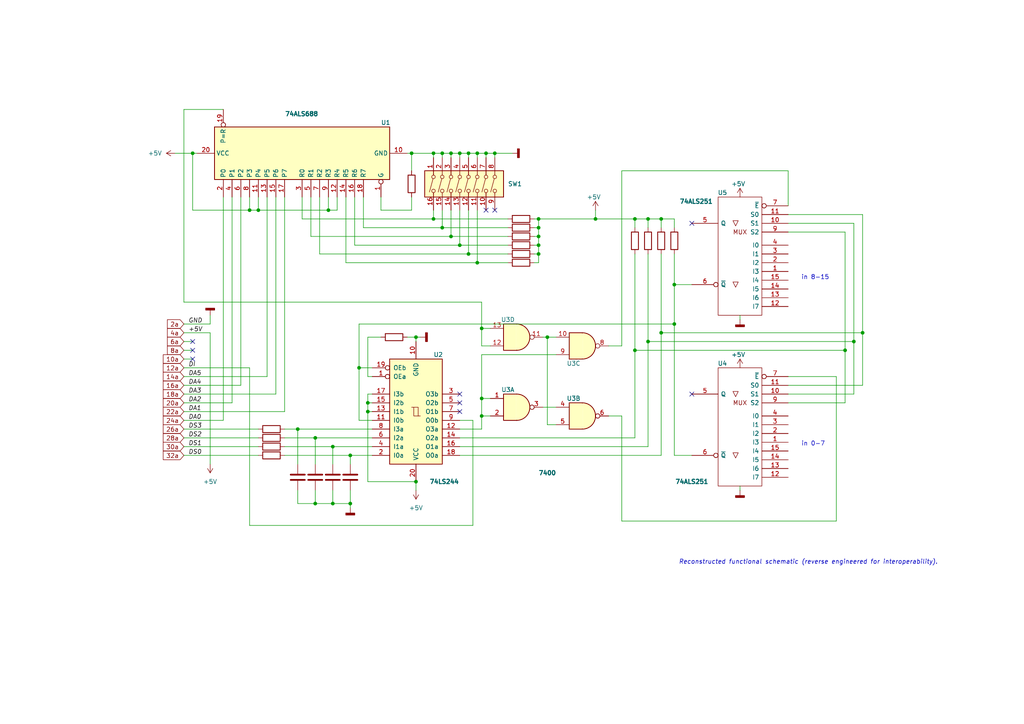
<source format=kicad_sch>
(kicad_sch (version 20211123) (generator eeschema)
  (paper "A4")
  (title_block (title "Control-related circuits") (date "2026-01-19") (rev "1.0") (company "Pozsar Zsolt") (comment 1 "EBE 206.1 digital input module"))
  (lib_symbols
    (symbol "74xx:7400" (pin_names (offset 1.016))
      (property "Reference" "U" (at 0 1.27 0))
      (property "Value" "7400" (at 0 -1.27 0))
      (symbol "7400_1_1"
        (arc (start 0 -3.81) (mid 3.81 0) (end 0 3.81) (stroke (width 0.254)) (fill (type background)))
        (polyline (pts (xy 0 3.81) (xy -3.81 3.81) (xy -3.81 -3.81) (xy 0 -3.81)) (stroke (width 0.254)) (fill (type background)))
        (pin input line (at -7.62 2.54 0) (length 3.81) (name "~") (number "1"))
        (pin input line (at -7.62 -2.54 0) (length 3.81) (name "~") (number "2"))
        (pin output inverted (at 7.62 0 180) (length 3.81) (name "~") (number "3"))
      )
      (symbol "7400_1_2"
        (arc (start -3.81 -3.81) (mid -2.589 0) (end -3.81 3.81) (stroke (width 0.254)))
        (arc (start -0.6096 -3.81) (mid 2.1842 -2.5851) (end 3.81 0) (stroke (width 0.254)) (fill (type background)))
        (polyline (pts (xy -3.81 -3.81) (xy -0.635 -3.81)) (stroke (width 0.254)) (fill (type background)))
        (polyline (pts (xy -3.81 3.81) (xy -0.635 3.81)) (stroke (width 0.254)) (fill (type background)))
        (polyline (pts (xy -0.635 3.81) (xy -3.81 3.81) (xy -3.81 3.81) (xy -3.556 3.4036) (xy -3.0226 2.2606) (xy -2.6924 1.0414) (xy -2.6162 -0.254) (xy -2.7686 -1.4986) (xy -3.175 -2.7178) (xy -3.81 -3.81) (xy -3.81 -3.81) (xy -0.635 -3.81)) (stroke (width -25.4)) (fill (type background)))
        (arc (start 3.81 0) (mid 2.1915 2.5936) (end -0.6096 3.81) (stroke (width 0.254)) (fill (type background)))
        (pin input inverted (at -7.62 2.54 0) (length 4.318) (name "~") (number "1"))
        (pin input inverted (at -7.62 -2.54 0) (length 4.318) (name "~") (number "2"))
        (pin output line (at 7.62 0 180) (length 3.81) (name "~") (number "3"))
      )
      (symbol "7400_2_1"
        (arc (start 0 -3.81) (mid 3.81 0) (end 0 3.81) (stroke (width 0.254)) (fill (type background)))
        (polyline (pts (xy 0 3.81) (xy -3.81 3.81) (xy -3.81 -3.81) (xy 0 -3.81)) (stroke (width 0.254)) (fill (type background)))
        (pin input line (at -7.62 2.54 0) (length 3.81) (name "~") (number "4"))
        (pin input line (at -7.62 -2.54 0) (length 3.81) (name "~") (number "5"))
        (pin output inverted (at 7.62 0 180) (length 3.81) (name "~") (number "6"))
      )
      (symbol "7400_2_2"
        (arc (start -3.81 -3.81) (mid -2.589 0) (end -3.81 3.81) (stroke (width 0.254)))
        (arc (start -0.6096 -3.81) (mid 2.1842 -2.5851) (end 3.81 0) (stroke (width 0.254)) (fill (type background)))
        (polyline (pts (xy -3.81 -3.81) (xy -0.635 -3.81)) (stroke (width 0.254)) (fill (type background)))
        (polyline (pts (xy -3.81 3.81) (xy -0.635 3.81)) (stroke (width 0.254)) (fill (type background)))
        (polyline (pts (xy -0.635 3.81) (xy -3.81 3.81) (xy -3.81 3.81) (xy -3.556 3.4036) (xy -3.0226 2.2606) (xy -2.6924 1.0414) (xy -2.6162 -0.254) (xy -2.7686 -1.4986) (xy -3.175 -2.7178) (xy -3.81 -3.81) (xy -3.81 -3.81) (xy -0.635 -3.81)) (stroke (width -25.4)) (fill (type background)))
        (arc (start 3.81 0) (mid 2.1915 2.5936) (end -0.6096 3.81) (stroke (width 0.254)) (fill (type background)))
        (pin input inverted (at -7.62 2.54 0) (length 4.318) (name "~") (number "4"))
        (pin input inverted (at -7.62 -2.54 0) (length 4.318) (name "~") (number "5"))
        (pin output line (at 7.62 0 180) (length 3.81) (name "~") (number "6"))
      )
      (symbol "7400_3_1"
        (arc (start 0 -3.81) (mid 3.81 0) (end 0 3.81) (stroke (width 0.254)) (fill (type background)))
        (polyline (pts (xy 0 3.81) (xy -3.81 3.81) (xy -3.81 -3.81) (xy 0 -3.81)) (stroke (width 0.254)) (fill (type background)))
        (pin input line (at -7.62 -2.54 0) (length 3.81) (name "~") (number "10"))
        (pin output inverted (at 7.62 0 180) (length 3.81) (name "~") (number "8"))
        (pin input line (at -7.62 2.54 0) (length 3.81) (name "~") (number "9"))
      )
      (symbol "7400_3_2"
        (arc (start -3.81 -3.81) (mid -2.589 0) (end -3.81 3.81) (stroke (width 0.254)))
        (arc (start -0.6096 -3.81) (mid 2.1842 -2.5851) (end 3.81 0) (stroke (width 0.254)) (fill (type background)))
        (polyline (pts (xy -3.81 -3.81) (xy -0.635 -3.81)) (stroke (width 0.254)) (fill (type background)))
        (polyline (pts (xy -3.81 3.81) (xy -0.635 3.81)) (stroke (width 0.254)) (fill (type background)))
        (polyline (pts (xy -0.635 3.81) (xy -3.81 3.81) (xy -3.81 3.81) (xy -3.556 3.4036) (xy -3.0226 2.2606) (xy -2.6924 1.0414) (xy -2.6162 -0.254) (xy -2.7686 -1.4986) (xy -3.175 -2.7178) (xy -3.81 -3.81) (xy -3.81 -3.81) (xy -0.635 -3.81)) (stroke (width -25.4)) (fill (type background)))
        (arc (start 3.81 0) (mid 2.1915 2.5936) (end -0.6096 3.81) (stroke (width 0.254)) (fill (type background)))
        (pin input inverted (at -7.62 -2.54 0) (length 4.318) (name "~") (number "10"))
        (pin output line (at 7.62 0 180) (length 3.81) (name "~") (number "8"))
        (pin input inverted (at -7.62 2.54 0) (length 4.318) (name "~") (number "9"))
      )
      (symbol "7400_4_1"
        (arc (start 0 -3.81) (mid 3.81 0) (end 0 3.81) (stroke (width 0.254)) (fill (type background)))
        (polyline (pts (xy 0 3.81) (xy -3.81 3.81) (xy -3.81 -3.81) (xy 0 -3.81)) (stroke (width 0.254)) (fill (type background)))
        (pin output inverted (at 7.62 0 180) (length 3.81) (name "~") (number "11"))
        (pin input line (at -7.62 2.54 0) (length 3.81) (name "~") (number "12"))
        (pin input line (at -7.62 -2.54 0) (length 3.81) (name "~") (number "13"))
      )
      (symbol "7400_4_2"
        (arc (start -3.81 -3.81) (mid -2.589 0) (end -3.81 3.81) (stroke (width 0.254)))
        (arc (start -0.6096 -3.81) (mid 2.1842 -2.5851) (end 3.81 0) (stroke (width 0.254)) (fill (type background)))
        (polyline (pts (xy -3.81 -3.81) (xy -0.635 -3.81)) (stroke (width 0.254)) (fill (type background)))
        (polyline (pts (xy -3.81 3.81) (xy -0.635 3.81)) (stroke (width 0.254)) (fill (type background)))
        (polyline (pts (xy -0.635 3.81) (xy -3.81 3.81) (xy -3.81 3.81) (xy -3.556 3.4036) (xy -3.0226 2.2606) (xy -2.6924 1.0414) (xy -2.6162 -0.254) (xy -2.7686 -1.4986) (xy -3.175 -2.7178) (xy -3.81 -3.81) (xy -3.81 -3.81) (xy -0.635 -3.81)) (stroke (width -25.4)) (fill (type background)))
        (arc (start 3.81 0) (mid 2.1915 2.5936) (end -0.6096 3.81) (stroke (width 0.254)) (fill (type background)))
        (pin output line (at 7.62 0 180) (length 3.81) (name "~") (number "11"))
        (pin input inverted (at -7.62 2.54 0) (length 4.318) (name "~") (number "12"))
        (pin input inverted (at -7.62 -2.54 0) (length 4.318) (name "~") (number "13"))
      )
      (symbol "7400_5_0"
        (pin power_in line (at 0 12.7 270) (length 5.08) (name "VCC") (number "14"))
        (pin power_in line (at 0 -12.7 90) (length 5.08) (name "GND") (number "7"))
      )
      (symbol "7400_5_1"
        (rectangle (start -5.08 7.62) (end 5.08 -7.62) (stroke (width 0.254)) (fill (type background)))
      )
    )
    (symbol "74xx:74LS244" (pin_names (offset 1.016))
      (property "Reference" "U" (at -7.62 16.51 0))
      (property "Value" "74LS244" (at -7.62 -16.51 0))
      (symbol "74LS244_1_0"
        (polyline (pts (xy -0.635 -1.27) (xy -0.635 1.27) (xy 0.635 1.27)))
        (polyline (pts (xy -1.27 -1.27) (xy 0.635 -1.27) (xy 0.635 1.27) (xy 1.27 1.27)))
        (pin input inverted (at -12.7 -10.16 0) (length 5.08) (name "OEa") (number "1"))
        (pin power_in line (at 0 -20.32 90) (length 5.08) (name "GND") (number "10"))
        (pin input line (at -12.7 2.54 0) (length 5.08) (name "I0b") (number "11"))
        (pin tri_state line (at 12.7 5.08 180) (length 5.08) (name "O3a") (number "12"))
        (pin input line (at -12.7 0 0) (length 5.08) (name "I1b") (number "13"))
        (pin tri_state line (at 12.7 7.62 180) (length 5.08) (name "O2a") (number "14"))
        (pin input line (at -12.7 -2.54 0) (length 5.08) (name "I2b") (number "15"))
        (pin tri_state line (at 12.7 10.16 180) (length 5.08) (name "O1a") (number "16"))
        (pin input line (at -12.7 -5.08 0) (length 5.08) (name "I3b") (number "17"))
        (pin tri_state line (at 12.7 12.7 180) (length 5.08) (name "O0a") (number "18"))
        (pin input inverted (at -12.7 -12.7 0) (length 5.08) (name "OEb") (number "19"))
        (pin input line (at -12.7 12.7 0) (length 5.08) (name "I0a") (number "2"))
        (pin power_in line (at 0 20.32 270) (length 5.08) (name "VCC") (number "20"))
        (pin tri_state line (at 12.7 -5.08 180) (length 5.08) (name "O3b") (number "3"))
        (pin input line (at -12.7 10.16 0) (length 5.08) (name "I1a") (number "4"))
        (pin tri_state line (at 12.7 -2.54 180) (length 5.08) (name "O2b") (number "5"))
        (pin input line (at -12.7 7.62 0) (length 5.08) (name "I2a") (number "6"))
        (pin tri_state line (at 12.7 0 180) (length 5.08) (name "O1b") (number "7"))
        (pin input line (at -12.7 5.08 0) (length 5.08) (name "I3a") (number "8"))
        (pin tri_state line (at 12.7 2.54 180) (length 5.08) (name "O0b") (number "9"))
      )
      (symbol "74LS244_1_1"
        (rectangle (start -7.62 15.24) (end 7.62 -15.24) (stroke (width 0.254)) (fill (type background)))
      )
    )
    (symbol "74xx:74LS688"
      (property "Reference" "U" (at -7.62 26.67 0))
      (property "Value" "74LS688" (at -7.62 -26.67 0))
      (symbol "74LS688_1_0"
        (pin input inverted (at -12.7 -22.86 0) (length 5.08) (name "G") (number "1"))
        (pin power_in line (at 0 -30.48 90) (length 5.08) (name "GND") (number "10"))
        (pin input line (at -12.7 12.7 0) (length 5.08) (name "P4") (number "11"))
        (pin input line (at -12.7 -10.16 0) (length 5.08) (name "R4") (number "12"))
        (pin input line (at -12.7 10.16 0) (length 5.08) (name "P5") (number "13"))
        (pin input line (at -12.7 -12.7 0) (length 5.08) (name "R5") (number "14"))
        (pin input line (at -12.7 7.62 0) (length 5.08) (name "P6") (number "15"))
        (pin input line (at -12.7 -15.24 0) (length 5.08) (name "R6") (number "16"))
        (pin input line (at -12.7 5.08 0) (length 5.08) (name "P7") (number "17"))
        (pin input line (at -12.7 -17.78 0) (length 5.08) (name "R7") (number "18"))
        (pin output inverted (at 12.7 22.86 180) (length 5.08) (name "P=R") (number "19"))
        (pin input line (at -12.7 22.86 0) (length 5.08) (name "P0") (number "2"))
        (pin power_in line (at 0 30.48 270) (length 5.08) (name "VCC") (number "20"))
        (pin input line (at -12.7 0 0) (length 5.08) (name "R0") (number "3"))
        (pin input line (at -12.7 20.32 0) (length 5.08) (name "P1") (number "4"))
        (pin input line (at -12.7 -2.54 0) (length 5.08) (name "R1") (number "5"))
        (pin input line (at -12.7 17.78 0) (length 5.08) (name "P2") (number "6"))
        (pin input line (at -12.7 -5.08 0) (length 5.08) (name "R2") (number "7"))
        (pin input line (at -12.7 15.24 0) (length 5.08) (name "P3") (number "8"))
        (pin input line (at -12.7 -7.62 0) (length 5.08) (name "R3") (number "9"))
      )
      (symbol "74LS688_1_1"
        (rectangle (start -7.62 25.4) (end 7.62 -25.4) (stroke (width 0.254)) (fill (type background)))
      )
    )
    (symbol "74xx_IEEE:74251" (pin_names (offset 0.762))
      (property "Reference" "U" (at 7.62 15.24 0))
      (property "Value" "74251" (at 8.89 -20.32 0))
      (symbol "74251_0_0"
        (rectangle (start -6.35 16.51) (end 6.35 -17.78))
        (polyline (pts (xy 2.032 -8.128) (xy 0.508 -8.128) (xy 1.27 -9.652) (xy 2.032 -8.128) (xy 2.032 -8.128)))
        (polyline (pts (xy 2.032 9.652) (xy 0.508 9.652) (xy 1.27 8.128) (xy 2.032 9.652) (xy 2.032 9.652)))
        (text "MUX" (at 0 6.35 0) (effects (font (size 1.27 1.27))))
        (pin power_in line (at 0 16.51 270) (length 0) hide (name "VCC") (number "16"))
        (pin power_in line (at 0 -17.78 90) (length 0) hide (name "GND") (number "8"))
      )
      (symbol "74251_1_1"
        (pin input line (at -13.97 -5.08 0) (length 7.62) (name "I3") (number "1"))
        (pin input line (at -13.97 8.89 0) (length 7.62) (name "S1") (number "10"))
        (pin input line (at -13.97 11.43 0) (length 7.62) (name "S0") (number "11"))
        (pin input line (at -13.97 -15.24 0) (length 7.62) (name "I7") (number "12"))
        (pin input line (at -13.97 -12.7 0) (length 7.62) (name "I6") (number "13"))
        (pin input line (at -13.97 -10.16 0) (length 7.62) (name "I5") (number "14"))
        (pin input line (at -13.97 -7.62 0) (length 7.62) (name "I4") (number "15"))
        (pin input line (at -13.97 -2.54 0) (length 7.62) (name "I2") (number "2"))
        (pin input line (at -13.97 0 0) (length 7.62) (name "I1") (number "3"))
        (pin input line (at -13.97 2.54 0) (length 7.62) (name "I0") (number "4"))
        (pin tri_state line (at 13.97 8.89 180) (length 7.62) (name "Q") (number "5"))
        (pin tri_state inverted (at 13.97 -8.89 180) (length 7.62) (name "~{Q}") (number "6"))
        (pin input inverted (at -13.97 13.97 0) (length 7.62) (name "~{E}") (number "7"))
        (pin input line (at -13.97 6.35 0) (length 7.62) (name "S2") (number "9"))
      )
    )
    (symbol "Device:C" (pin_numbers hide) (pin_names (offset 0.254))
      (property "Reference" "C" (at 0.635 2.54 0))
      (property "Value" "C" (at 0.635 -2.54 0))
      (symbol "C_0_1"
        (polyline (pts (xy -2.032 -0.762) (xy 2.032 -0.762)) (stroke (width 0.508)))
        (polyline (pts (xy -2.032 0.762) (xy 2.032 0.762)) (stroke (width 0.508)))
      )
      (symbol "C_1_1"
        (pin passive line (at 0 3.81 270) (length 2.794) (name "~") (number "1"))
        (pin passive line (at 0 -3.81 90) (length 2.794) (name "~") (number "2"))
      )
    )
    (symbol "Device:R" (pin_numbers hide) (pin_names (offset 0))
      (property "Reference" "R" (at 2.032 0 90))
      (property "Value" "R" (at 0 0 90))
      (symbol "R_0_1"
        (rectangle (start -1.016 -2.54) (end 1.016 2.54) (stroke (width 0.254)))
      )
      (symbol "R_1_1"
        (pin passive line (at 0 3.81 270) (length 1.27) (name "~") (number "1"))
        (pin passive line (at 0 -3.81 90) (length 1.27) (name "~") (number "2"))
      )
    )
    (symbol "Switch:SW_DIP_x08" (pin_names (offset 0) hide)
      (property "Reference" "SW" (at 0 13.97 0))
      (property "Value" "SW_DIP_x08" (at 0 -11.43 0))
      (symbol "SW_DIP_x08_0_0"
        (circle (center -2.032 -7.62) (radius 0.508))
        (circle (center -2.032 -5.08) (radius 0.508))
        (circle (center -2.032 -2.54) (radius 0.508))
        (circle (center -2.032 0) (radius 0.508))
        (circle (center -2.032 2.54) (radius 0.508))
        (circle (center -2.032 5.08) (radius 0.508))
        (circle (center -2.032 7.62) (radius 0.508))
        (circle (center -2.032 10.16) (radius 0.508))
        (polyline (pts (xy -1.524 -7.4676) (xy 2.3622 -6.4262)))
        (polyline (pts (xy -1.524 -4.9276) (xy 2.3622 -3.8862)))
        (polyline (pts (xy -1.524 -2.3876) (xy 2.3622 -1.3462)))
        (polyline (pts (xy -1.524 0.127) (xy 2.3622 1.1684)))
        (polyline (pts (xy -1.524 2.667) (xy 2.3622 3.7084)))
        (polyline (pts (xy -1.524 5.207) (xy 2.3622 6.2484)))
        (polyline (pts (xy -1.524 7.747) (xy 2.3622 8.7884)))
        (polyline (pts (xy -1.524 10.287) (xy 2.3622 11.3284)))
        (circle (center 2.032 -7.62) (radius 0.508))
        (circle (center 2.032 -5.08) (radius 0.508))
        (circle (center 2.032 -2.54) (radius 0.508))
        (circle (center 2.032 0) (radius 0.508))
        (circle (center 2.032 2.54) (radius 0.508))
        (circle (center 2.032 5.08) (radius 0.508))
        (circle (center 2.032 7.62) (radius 0.508))
        (circle (center 2.032 10.16) (radius 0.508))
      )
      (symbol "SW_DIP_x08_0_1"
        (rectangle (start -3.81 12.7) (end 3.81 -10.16) (stroke (width 0.254)) (fill (type background)))
      )
      (symbol "SW_DIP_x08_1_1"
        (pin passive line (at -7.62 10.16 0) (length 5.08) (name "~") (number "1"))
        (pin passive line (at 7.62 -5.08 180) (length 5.08) (name "~") (number "10"))
        (pin passive line (at 7.62 -2.54 180) (length 5.08) (name "~") (number "11"))
        (pin passive line (at 7.62 0 180) (length 5.08) (name "~") (number "12"))
        (pin passive line (at 7.62 2.54 180) (length 5.08) (name "~") (number "13"))
        (pin passive line (at 7.62 5.08 180) (length 5.08) (name "~") (number "14"))
        (pin passive line (at 7.62 7.62 180) (length 5.08) (name "~") (number "15"))
        (pin passive line (at 7.62 10.16 180) (length 5.08) (name "~") (number "16"))
        (pin passive line (at -7.62 7.62 0) (length 5.08) (name "~") (number "2"))
        (pin passive line (at -7.62 5.08 0) (length 5.08) (name "~") (number "3"))
        (pin passive line (at -7.62 2.54 0) (length 5.08) (name "~") (number "4"))
        (pin passive line (at -7.62 0 0) (length 5.08) (name "~") (number "5"))
        (pin passive line (at -7.62 -2.54 0) (length 5.08) (name "~") (number "6"))
        (pin passive line (at -7.62 -5.08 0) (length 5.08) (name "~") (number "7"))
        (pin passive line (at -7.62 -7.62 0) (length 5.08) (name "~") (number "8"))
        (pin passive line (at 7.62 -7.62 180) (length 5.08) (name "~") (number "9"))
      )
    )
    (symbol "power:+5V" (power) (pin_names (offset 0))
      (property "Value" "+5V" (at 0 3.556 0))
      (symbol "+5V_0_1"
        (polyline (pts (xy -0.762 1.27) (xy 0 2.54)))
        (polyline (pts (xy 0 0) (xy 0 2.54)))
        (polyline (pts (xy 0 2.54) (xy 0.762 1.27)))
      )
      (symbol "+5V_1_1"
        (pin power_in line (at 0 0 90) (length 0) hide (name "+5V") (number "1"))
      )
    )
    (symbol "power:GNDD" (power) (pin_names (offset 0))
      (property "Value" "GNDD" (at 0 -3.175 0))
      (symbol "GNDD_0_1"
        (rectangle (start -1.27 -1.524) (end 1.27 -2.032) (stroke (width 0.254)) (fill (type outline)))
        (polyline (pts (xy 0 0) (xy 0 -1.524)))
      )
      (symbol "GNDD_1_1"
        (pin power_in line (at 0 0 270) (length 0) hide (name "GNDD") (number "1"))
      )
    )
  )
  (junction (at 245.11 101.6))
  (junction (at 119.38 44.45))
  (junction (at 184.15 101.6))
  (junction (at 96.52 129.54))
  (junction (at 191.77 63.5))
  (junction (at 125.73 63.5))
  (junction (at 138.43 76.2))
  (junction (at 133.35 44.45))
  (junction (at 156.21 68.58))
  (junction (at 95.25 60.96))
  (junction (at 158.75 97.79))
  (junction (at 187.96 99.06))
  (junction (at 140.97 44.45))
  (junction (at 143.51 44.45))
  (junction (at 106.68 116.84))
  (junction (at 191.77 96.52))
  (junction (at 139.7 95.25))
  (junction (at 101.6 132.08))
  (junction (at 156.21 66.04))
  (junction (at 130.81 68.58))
  (junction (at 138.43 44.45))
  (junction (at 91.44 146.05))
  (junction (at 74.93 60.96))
  (junction (at 101.6 146.05))
  (junction (at 72.39 60.96))
  (junction (at 135.89 44.45))
  (junction (at 184.15 63.5))
  (junction (at 55.88 44.45))
  (junction (at 128.27 44.45))
  (junction (at 156.21 73.66))
  (junction (at 120.65 97.79))
  (junction (at 156.21 63.5))
  (junction (at 133.35 71.12))
  (junction (at 195.58 82.55))
  (junction (at 125.73 44.45))
  (junction (at 139.7 115.57))
  (junction (at 91.44 127))
  (junction (at 130.81 44.45))
  (junction (at 104.14 106.68))
  (junction (at 172.72 63.5))
  (junction (at 135.89 73.66))
  (junction (at 106.68 119.38))
  (junction (at 247.65 99.06))
  (junction (at 187.96 63.5))
  (junction (at 128.27 66.04))
  (junction (at 86.36 124.46))
  (junction (at 139.7 120.65))
  (junction (at 96.52 146.05))
  (junction (at 250.19 96.52))
  (junction (at 120.65 139.7))
  (junction (at 156.21 71.12))
  (junction (at 195.58 93.98))
  (no_connect (at 55.88 101.6))
  (no_connect (at 140.97 60.96))
  (no_connect (at 133.35 116.84))
  (no_connect (at 200.66 114.3))
  (no_connect (at 143.51 60.96))
  (no_connect (at 133.35 114.3))
  (no_connect (at 55.88 99.06))
  (no_connect (at 200.66 64.77))
  (no_connect (at 133.35 119.38))
  (no_connect (at 55.88 104.14))
  (wire (pts (xy 191.77 63.5) (xy 191.77 66.04)))
  (wire (pts (xy 139.7 120.65) (xy 139.7 124.46)))
  (wire (pts (xy 228.6 49.53) (xy 228.6 59.69)))
  (wire (pts (xy 91.44 127) (xy 107.95 127)))
  (wire (pts (xy 228.6 62.23) (xy 250.19 62.23)))
  (wire (pts (xy 250.19 62.23) (xy 250.19 96.52)))
  (wire (pts (xy 53.34 87.63) (xy 139.7 87.63)))
  (wire (pts (xy 228.6 67.31) (xy 245.11 67.31)))
  (wire (pts (xy 158.75 123.19) (xy 161.29 123.19)))
  (wire (pts (xy 247.65 99.06) (xy 247.65 64.77)))
  (wire (pts (xy 106.68 116.84) (xy 106.68 114.3)))
  (wire (pts (xy 139.7 115.57) (xy 139.7 120.65)))
  (wire (pts (xy 53.34 132.08) (xy 74.93 132.08)))
  (wire (pts (xy 110.49 57.15) (xy 110.49 60.96)))
  (wire (pts (xy 119.38 44.45) (xy 119.38 49.53)))
  (wire (pts (xy 96.52 129.54) (xy 107.95 129.54)))
  (wire (pts (xy 97.79 60.96) (xy 95.25 60.96)))
  (wire (pts (xy 64.77 121.92) (xy 64.77 57.15)))
  (wire (pts (xy 242.57 151.13) (xy 242.57 109.22)))
  (wire (pts (xy 176.53 100.33) (xy 180.34 100.33)))
  (wire (pts (xy 139.7 124.46) (xy 133.35 124.46)))
  (wire (pts (xy 53.34 127) (xy 74.93 127)))
  (wire (pts (xy 156.21 68.58) (xy 156.21 66.04)))
  (wire (pts (xy 106.68 114.3) (xy 107.95 114.3)))
  (wire (pts (xy 245.11 67.31) (xy 245.11 101.6)))
  (wire (pts (xy 53.34 104.14) (xy 55.88 104.14)))
  (wire (pts (xy 247.65 114.3) (xy 247.65 99.06)))
  (wire (pts (xy 228.6 114.3) (xy 247.65 114.3)))
  (wire (pts (xy 105.41 57.15) (xy 105.41 66.04)))
  (wire (pts (xy 195.58 132.08) (xy 200.66 132.08)))
  (wire (pts (xy 130.81 44.45) (xy 130.81 45.72)))
  (wire (pts (xy 137.16 152.4) (xy 137.16 121.92)))
  (wire (pts (xy 133.35 132.08) (xy 191.77 132.08)))
  (wire (pts (xy 97.79 57.15) (xy 97.79 60.96)))
  (wire (pts (xy 80.01 114.3) (xy 80.01 57.15)))
  (wire (pts (xy 242.57 109.22) (xy 228.6 109.22)))
  (wire (pts (xy 92.71 57.15) (xy 92.71 73.66)))
  (wire (pts (xy 53.34 129.54) (xy 74.93 129.54)))
  (wire (pts (xy 69.85 57.15) (xy 69.85 111.76)))
  (wire (pts (xy 120.65 97.79) (xy 120.65 99.06)))
  (wire (pts (xy 154.94 76.2) (xy 156.21 76.2)))
  (wire (pts (xy 125.73 63.5) (xy 147.32 63.5)))
  (wire (pts (xy 191.77 132.08) (xy 191.77 96.52)))
  (wire (pts (xy 187.96 63.5) (xy 187.96 66.04)))
  (wire (pts (xy 184.15 63.5) (xy 184.15 66.04)))
  (wire (pts (xy 82.55 132.08) (xy 101.6 132.08)))
  (wire (pts (xy 214.63 91.44) (xy 214.63 92.71)))
  (wire (pts (xy 156.21 71.12) (xy 156.21 68.58)))
  (wire (pts (xy 137.16 121.92) (xy 133.35 121.92)))
  (wire (pts (xy 82.55 119.38) (xy 82.55 57.15)))
  (wire (pts (xy 86.36 142.24) (xy 86.36 146.05)))
  (wire (pts (xy 158.75 97.79) (xy 158.75 123.19)))
  (wire (pts (xy 138.43 76.2) (xy 147.32 76.2)))
  (wire (pts (xy 180.34 100.33) (xy 180.34 49.53)))
  (wire (pts (xy 96.52 129.54) (xy 96.52 134.62)))
  (wire (pts (xy 130.81 68.58) (xy 90.17 68.58)))
  (wire (pts (xy 250.19 111.76) (xy 228.6 111.76)))
  (wire (pts (xy 91.44 142.24) (xy 91.44 146.05)))
  (wire (pts (xy 195.58 93.98) (xy 195.58 132.08)))
  (wire (pts (xy 184.15 63.5) (xy 187.96 63.5)))
  (wire (pts (xy 106.68 97.79) (xy 110.49 97.79)))
  (wire (pts (xy 184.15 127) (xy 184.15 101.6)))
  (wire (pts (xy 139.7 87.63) (xy 139.7 95.25)))
  (wire (pts (xy 130.81 68.58) (xy 130.81 60.96)))
  (wire (pts (xy 128.27 44.45) (xy 125.73 44.45)))
  (wire (pts (xy 245.11 101.6) (xy 245.11 116.84)))
  (wire (pts (xy 139.7 95.25) (xy 139.7 100.33)))
  (wire (pts (xy 128.27 66.04) (xy 128.27 60.96)))
  (wire (pts (xy 140.97 44.45) (xy 138.43 44.45)))
  (wire (pts (xy 90.17 68.58) (xy 90.17 57.15)))
  (wire (pts (xy 138.43 76.2) (xy 100.33 76.2)))
  (wire (pts (xy 184.15 101.6) (xy 245.11 101.6)))
  (wire (pts (xy 74.93 57.15) (xy 74.93 60.96)))
  (wire (pts (xy 100.33 76.2) (xy 100.33 57.15)))
  (wire (pts (xy 91.44 146.05) (xy 96.52 146.05)))
  (wire (pts (xy 214.63 140.97) (xy 214.63 142.24)))
  (wire (pts (xy 139.7 115.57) (xy 139.7 102.87)))
  (wire (pts (xy 156.21 66.04) (xy 156.21 63.5)))
  (wire (pts (xy 106.68 109.22) (xy 106.68 97.79)))
  (wire (pts (xy 157.48 118.11) (xy 161.29 118.11)))
  (wire (pts (xy 53.34 99.06) (xy 55.88 99.06)))
  (wire (pts (xy 72.39 106.68) (xy 72.39 152.4)))
  (wire (pts (xy 95.25 60.96) (xy 74.93 60.96)))
  (wire (pts (xy 91.44 127) (xy 91.44 134.62)))
  (wire (pts (xy 125.73 44.45) (xy 125.73 45.72)))
  (wire (pts (xy 140.97 44.45) (xy 140.97 45.72)))
  (wire (pts (xy 107.95 121.92) (xy 104.14 121.92)))
  (wire (pts (xy 195.58 82.55) (xy 195.58 93.98)))
  (wire (pts (xy 195.58 73.66) (xy 195.58 82.55)))
  (wire (pts (xy 86.36 146.05) (xy 91.44 146.05)))
  (wire (pts (xy 53.34 119.38) (xy 82.55 119.38)))
  (wire (pts (xy 60.96 93.98) (xy 60.96 91.44)))
  (wire (pts (xy 195.58 82.55) (xy 200.66 82.55)))
  (wire (pts (xy 172.72 60.96) (xy 172.72 63.5)))
  (wire (pts (xy 138.43 76.2) (xy 138.43 60.96)))
  (wire (pts (xy 53.34 109.22) (xy 77.47 109.22)))
  (wire (pts (xy 53.34 116.84) (xy 67.31 116.84)))
  (wire (pts (xy 50.8 44.45) (xy 55.88 44.45)))
  (wire (pts (xy 191.77 96.52) (xy 250.19 96.52)))
  (wire (pts (xy 184.15 101.6) (xy 184.15 73.66)))
  (wire (pts (xy 106.68 139.7) (xy 120.65 139.7)))
  (wire (pts (xy 102.87 71.12) (xy 102.87 57.15)))
  (wire (pts (xy 138.43 44.45) (xy 138.43 45.72)))
  (wire (pts (xy 101.6 132.08) (xy 101.6 134.62)))
  (wire (pts (xy 135.89 44.45) (xy 135.89 45.72)))
  (wire (pts (xy 247.65 64.77) (xy 228.6 64.77)))
  (wire (pts (xy 53.34 121.92) (xy 64.77 121.92)))
  (wire (pts (xy 133.35 44.45) (xy 133.35 45.72)))
  (wire (pts (xy 139.7 100.33) (xy 142.24 100.33)))
  (wire (pts (xy 53.34 124.46) (xy 74.93 124.46)))
  (wire (pts (xy 119.38 60.96) (xy 119.38 57.15)))
  (wire (pts (xy 195.58 66.04) (xy 195.58 63.5)))
  (wire (pts (xy 101.6 142.24) (xy 101.6 146.05)))
  (wire (pts (xy 187.96 99.06) (xy 187.96 73.66)))
  (wire (pts (xy 135.89 73.66) (xy 135.89 60.96)))
  (wire (pts (xy 157.48 97.79) (xy 158.75 97.79)))
  (wire (pts (xy 187.96 63.5) (xy 191.77 63.5)))
  (wire (pts (xy 104.14 93.98) (xy 104.14 106.68)))
  (wire (pts (xy 138.43 44.45) (xy 135.89 44.45)))
  (wire (pts (xy 107.95 109.22) (xy 106.68 109.22)))
  (wire (pts (xy 143.51 44.45) (xy 148.59 44.45)))
  (wire (pts (xy 156.21 73.66) (xy 156.21 71.12)))
  (wire (pts (xy 143.51 44.45) (xy 140.97 44.45)))
  (wire (pts (xy 195.58 63.5) (xy 191.77 63.5)))
  (wire (pts (xy 53.34 31.75) (xy 53.34 87.63)))
  (wire (pts (xy 86.36 124.46) (xy 86.36 134.62)))
  (wire (pts (xy 55.88 44.45) (xy 57.15 44.45)))
  (wire (pts (xy 104.14 93.98) (xy 195.58 93.98)))
  (wire (pts (xy 106.68 116.84) (xy 107.95 116.84)))
  (wire (pts (xy 105.41 66.04) (xy 128.27 66.04)))
  (wire (pts (xy 120.65 97.79) (xy 121.92 97.79)))
  (wire (pts (xy 245.11 116.84) (xy 228.6 116.84)))
  (wire (pts (xy 53.34 96.52) (xy 60.96 96.52)))
  (wire (pts (xy 139.7 102.87) (xy 161.29 102.87)))
  (wire (pts (xy 87.63 63.5) (xy 125.73 63.5)))
  (wire (pts (xy 95.25 57.15) (xy 95.25 60.96)))
  (wire (pts (xy 135.89 73.66) (xy 147.32 73.66)))
  (wire (pts (xy 154.94 66.04) (xy 156.21 66.04)))
  (wire (pts (xy 154.94 68.58) (xy 156.21 68.58)))
  (wire (pts (xy 53.34 106.68) (xy 72.39 106.68)))
  (wire (pts (xy 158.75 97.79) (xy 161.29 97.79)))
  (wire (pts (xy 101.6 146.05) (xy 101.6 147.32)))
  (wire (pts (xy 120.65 139.7) (xy 120.65 142.24)))
  (wire (pts (xy 106.68 119.38) (xy 106.68 116.84)))
  (wire (pts (xy 133.35 127) (xy 184.15 127)))
  (wire (pts (xy 55.88 60.96) (xy 72.39 60.96)))
  (wire (pts (xy 72.39 152.4) (xy 137.16 152.4)))
  (wire (pts (xy 77.47 109.22) (xy 77.47 57.15)))
  (wire (pts (xy 86.36 124.46) (xy 107.95 124.46)))
  (wire (pts (xy 156.21 76.2) (xy 156.21 73.66)))
  (wire (pts (xy 101.6 132.08) (xy 107.95 132.08)))
  (wire (pts (xy 128.27 44.45) (xy 128.27 45.72)))
  (wire (pts (xy 130.81 44.45) (xy 128.27 44.45)))
  (wire (pts (xy 82.55 127) (xy 91.44 127)))
  (wire (pts (xy 104.14 106.68) (xy 107.95 106.68)))
  (wire (pts (xy 128.27 66.04) (xy 147.32 66.04)))
  (wire (pts (xy 82.55 124.46) (xy 86.36 124.46)))
  (wire (pts (xy 176.53 120.65) (xy 180.34 120.65)))
  (wire (pts (xy 69.85 111.76) (xy 53.34 111.76)))
  (wire (pts (xy 125.73 63.5) (xy 125.73 60.96)))
  (wire (pts (xy 55.88 44.45) (xy 55.88 60.96)))
  (wire (pts (xy 142.24 95.25) (xy 139.7 95.25)))
  (wire (pts (xy 133.35 71.12) (xy 102.87 71.12)))
  (wire (pts (xy 187.96 129.54) (xy 187.96 99.06)))
  (wire (pts (xy 139.7 120.65) (xy 142.24 120.65)))
  (wire (pts (xy 172.72 63.5) (xy 184.15 63.5)))
  (wire (pts (xy 142.24 115.57) (xy 139.7 115.57)))
  (wire (pts (xy 187.96 99.06) (xy 247.65 99.06)))
  (wire (pts (xy 180.34 120.65) (xy 180.34 151.13)))
  (wire (pts (xy 104.14 106.68) (xy 104.14 121.92)))
  (wire (pts (xy 53.34 101.6) (xy 55.88 101.6)))
  (wire (pts (xy 72.39 60.96) (xy 72.39 57.15)))
  (wire (pts (xy 106.68 119.38) (xy 106.68 139.7)))
  (wire (pts (xy 96.52 142.24) (xy 96.52 146.05)))
  (wire (pts (xy 133.35 71.12) (xy 147.32 71.12)))
  (wire (pts (xy 110.49 60.96) (xy 119.38 60.96)))
  (wire (pts (xy 119.38 44.45) (xy 125.73 44.45)))
  (wire (pts (xy 67.31 57.15) (xy 67.31 116.84)))
  (wire (pts (xy 135.89 44.45) (xy 133.35 44.45)))
  (wire (pts (xy 133.35 129.54) (xy 187.96 129.54)))
  (wire (pts (xy 87.63 57.15) (xy 87.63 63.5)))
  (wire (pts (xy 64.77 31.75) (xy 53.34 31.75)))
  (wire (pts (xy 118.11 44.45) (xy 119.38 44.45)))
  (wire (pts (xy 92.71 73.66) (xy 135.89 73.66)))
  (wire (pts (xy 180.34 49.53) (xy 228.6 49.53)))
  (wire (pts (xy 133.35 71.12) (xy 133.35 60.96)))
  (wire (pts (xy 107.95 119.38) (xy 106.68 119.38)))
  (wire (pts (xy 180.34 151.13) (xy 242.57 151.13)))
  (wire (pts (xy 74.93 60.96) (xy 72.39 60.96)))
  (wire (pts (xy 53.34 93.98) (xy 60.96 93.98)))
  (wire (pts (xy 60.96 96.52) (xy 60.96 134.62)))
  (wire (pts (xy 133.35 44.45) (xy 130.81 44.45)))
  (wire (pts (xy 53.34 114.3) (xy 80.01 114.3)))
  (wire (pts (xy 156.21 63.5) (xy 172.72 63.5)))
  (wire (pts (xy 154.94 73.66) (xy 156.21 73.66)))
  (wire (pts (xy 130.81 68.58) (xy 147.32 68.58)))
  (wire (pts (xy 143.51 44.45) (xy 143.51 45.72)))
  (wire (pts (xy 191.77 96.52) (xy 191.77 73.66)))
  (wire (pts (xy 156.21 63.5) (xy 154.94 63.5)))
  (wire (pts (xy 154.94 71.12) (xy 156.21 71.12)))
  (wire (pts (xy 250.19 96.52) (xy 250.19 111.76)))
  (wire (pts (xy 82.55 129.54) (xy 96.52 129.54)))
  (wire (pts (xy 118.11 97.79) (xy 120.65 97.79)))
  (wire (pts (xy 96.52 146.05) (xy 101.6 146.05)))
  (text "Reconstructed functional schematic (reverse engineered for interoperability)." (at 196.85 163.83 0) (effects (font (size 1.27 1.27) italic) (justify left bottom)))
  (text "in 0-7" (at 232.41 129.54 0) (effects (font (size 1.27 1.27)) (justify left bottom)))
  (text "in 8-15" (at 232.41 81.28 0) (effects (font (size 1.27 1.27)) (justify left bottom)))
  (label "DA0" (at 54.61 121.92 0) (effects (font italic)))
  (label "DS3" (at 54.61 124.46 0) (effects (font italic)))
  (label "DS2" (at 54.61 127 0) (effects (font italic)))
  (label "DI" (at 54.61 106.68 0) (effects (font italic)))
  (label "DA3" (at 54.61 114.3 0) (effects (font italic)))
  (label "DS0" (at 54.61 132.08 0) (effects (font italic)))
  (label "GND" (at 54.61 93.98 0) (effects (font italic)))
  (label "+5V" (at 54.61 96.52 0) (effects (font italic)))
  (label "DA2" (at 54.61 116.84 0) (effects (font italic)))
  (label "DA4" (at 54.61 111.76 0) (effects (font italic)))
  (label "DS1" (at 54.61 129.54 0) (effects (font italic)))
  (label "DA1" (at 54.61 119.38 0) (effects (font italic)))
  (label "DA5" (at 54.61 109.22 0) (effects (font italic)))
  (global_label "22a" (shape input) (at 53.34 119.38 180) (property "Intersheet References" "${INTERSHEET_REFS}" (effects hide)))
  (global_label "12a" (shape input) (at 53.34 106.68 180) (property "Intersheet References" "${INTERSHEET_REFS}" (effects hide)))
  (global_label "6a" (shape input) (at 53.34 99.06 180) (property "Intersheet References" "${INTERSHEET_REFS}" (effects hide)))
  (global_label "4a" (shape input) (at 53.34 96.52 180) (property "Intersheet References" "${INTERSHEET_REFS}" (effects hide)))
  (global_label "8a" (shape input) (at 53.34 101.6 180) (property "Intersheet References" "${INTERSHEET_REFS}" (effects hide)))
  (global_label "32a" (shape input) (at 53.34 132.08 180) (property "Intersheet References" "${INTERSHEET_REFS}" (effects hide)))
  (global_label "2a" (shape input) (at 53.34 93.98 180) (property "Intersheet References" "${INTERSHEET_REFS}" (effects hide)))
  (global_label "10a" (shape input) (at 53.34 104.14 180) (property "Intersheet References" "${INTERSHEET_REFS}" (effects hide)))
  (global_label "30a" (shape input) (at 53.34 129.54 180) (property "Intersheet References" "${INTERSHEET_REFS}" (effects hide)))
  (global_label "20a" (shape input) (at 53.34 116.84 180) (property "Intersheet References" "${INTERSHEET_REFS}" (effects hide)))
  (global_label "24a" (shape input) (at 53.34 121.92 180) (property "Intersheet References" "${INTERSHEET_REFS}" (effects hide)))
  (global_label "26a" (shape input) (at 53.34 124.46 180) (property "Intersheet References" "${INTERSHEET_REFS}" (effects hide)))
  (global_label "28a" (shape input) (at 53.34 127 180) (property "Intersheet References" "${INTERSHEET_REFS}" (effects hide)))
  (global_label "18a" (shape input) (at 53.34 114.3 180) (property "Intersheet References" "${INTERSHEET_REFS}" (effects hide)))
  (global_label "14a" (shape input) (at 53.34 109.22 180) (property "Intersheet References" "${INTERSHEET_REFS}" (effects hide)))
  (global_label "16a" (shape input) (at 53.34 111.76 180) (property "Intersheet References" "${INTERSHEET_REFS}" (effects hide)))
  (symbol (lib_id "power:+5V") (at 172.72 60.96 0) (unit 1)
    (property "Reference" "#PWR?" (effects hide))
    (property "Value" "+5V" (at 170.18 57.15 0) (effects (justify left)))
  )
  (symbol (lib_id "Device:R") (at 114.3 97.79 270) (unit 1)
    (property "Reference" "R?" (effects hide))
    (property "Value" "R" (effects hide))
  )
  (symbol (lib_id "power:GNDD") (at 214.63 92.71 0) (unit 1)
    (property "Reference" "#PWR?" (effects hide))
    (property "Value" "GNDD" (effects hide))
  )
  (symbol (lib_id "Device:C") (at 101.6 138.43 0) (unit 1)
    (property "Reference" "C?" (effects hide))
    (property "Value" "C" (effects hide))
  )
  (symbol (lib_id "74xx:7400") (at 168.91 100.33 0) (mirror x) (unit 3)
    (property "Reference" "U3" (at 166.37 105.41 0))
    (property "Value" "7400" (effects hide))
    (property "Datasheet" "http://www.ti.com/lit/gpn/sn7400" (effects hide))
  )
  (symbol (lib_id "power:GNDD") (at 60.96 91.44 180) (unit 1)
    (property "Reference" "#PWR?" (effects hide))
    (property "Value" "GNDD" (effects hide))
  )
  (symbol (lib_id "Device:R") (at 119.38 53.34 0) (mirror x) (unit 1)
    (property "Reference" "R?" (effects hide))
    (property "Value" "R" (effects hide))
  )
  (symbol (lib_id "power:GNDD") (at 148.59 44.45 90) (unit 1)
    (property "Reference" "#PWR?" (effects hide))
    (property "Value" "GNDD" (effects hide))
  )
  (symbol (lib_id "Device:R") (at 78.74 127 90) (unit 1)
    (property "Reference" "R?" (effects hide))
    (property "Value" "R" (effects hide))
  )
  (symbol (lib_id "74xx:7400") (at 149.86 118.11 0) (unit 1)
    (property "Reference" "U3" (at 147.32 113.03 0))
    (property "Value" "7400" (at 158.75 137.16 0) (effects (font bold)))
    (property "Datasheet" "http://www.ti.com/lit/gpn/sn7400" (effects hide))
  )
  (symbol (lib_id "Device:C") (at 86.36 138.43 0) (unit 1)
    (property "Reference" "C?" (effects hide))
    (property "Value" "C" (effects hide))
  )
  (symbol (lib_id "power:GNDD") (at 214.63 142.24 0) (unit 1)
    (property "Reference" "#PWR?" (effects hide))
    (property "Value" "GNDD" (effects hide))
  )
  (symbol (lib_id "Device:R") (at 151.13 71.12 90) (mirror x) (unit 1)
    (property "Reference" "R?" (effects hide))
    (property "Value" "R" (effects hide))
  )
  (symbol (lib_id "Device:R") (at 78.74 124.46 90) (unit 1)
    (property "Reference" "R?" (effects hide))
    (property "Value" "R" (effects hide))
  )
  (symbol (lib_id "74xx_IEEE:74251") (at 214.63 123.19 0) (mirror y) (unit 1)
    (property "Reference" "U4" (at 209.55 105.41 0))
    (property "Value" "74ALS251" (at 200.66 139.7 0) (effects (font bold)))
  )
  (symbol (lib_id "Device:R") (at 78.74 129.54 90) (unit 1)
    (property "Reference" "R?" (effects hide))
    (property "Value" "R" (effects hide))
  )
  (symbol (lib_id "74xx:7400") (at 149.86 97.79 0) (mirror x) (unit 4)
    (property "Reference" "U3" (at 147.32 92.71 0))
    (property "Value" "7400" (effects hide))
    (property "Datasheet" "http://www.ti.com/lit/gpn/sn7400" (effects hide))
  )
  (symbol (lib_id "74xx:7400") (at 168.91 120.65 0) (unit 2)
    (property "Reference" "U3" (at 166.37 115.57 0))
    (property "Value" "7400" (effects hide))
    (property "Datasheet" "http://www.ti.com/lit/gpn/sn7400" (effects hide))
  )
  (symbol (lib_id "power:+5V") (at 60.96 134.62 180) (unit 1)
    (property "Reference" "#PWR?" (effects hide))
    (property "Value" "+5V" (at 60.96 139.7 0))
  )
  (symbol (lib_id "Device:R") (at 151.13 76.2 90) (mirror x) (unit 1)
    (property "Reference" "R?" (effects hide))
    (property "Value" "R" (effects hide))
  )
  (symbol (lib_id "Device:C") (at 96.52 138.43 0) (unit 1)
    (property "Reference" "C?" (effects hide))
    (property "Value" "C" (effects hide))
  )
  (symbol (lib_id "Device:R") (at 151.13 63.5 90) (mirror x) (unit 1)
    (property "Reference" "R?" (effects hide))
    (property "Value" "R" (effects hide))
  )
  (symbol (lib_id "Device:C") (at 91.44 138.43 0) (unit 1)
    (property "Reference" "C?" (effects hide))
    (property "Value" "C" (effects hide))
  )
  (symbol (lib_id "Device:R") (at 187.96 69.85 0) (mirror y) (unit 1)
    (property "Reference" "R?" (effects hide))
    (property "Value" "R" (effects hide))
  )
  (symbol (lib_id "power:+5V") (at 214.63 57.15 0) (unit 1)
    (property "Reference" "#PWR?" (effects hide))
    (property "Value" "+5V" (at 212.09 53.34 0) (effects (justify left)))
  )
  (symbol (lib_id "power:GNDD") (at 121.92 97.79 90) (unit 1)
    (property "Reference" "#PWR?" (effects hide))
    (property "Value" "GNDD" (effects hide))
  )
  (symbol (lib_id "power:+5V") (at 50.8 44.45 90) (unit 1)
    (property "Reference" "#PWR?" (effects hide))
    (property "Value" "+5V" (at 46.99 44.45 90) (effects (justify left)))
  )
  (symbol (lib_id "Device:R") (at 195.58 69.85 0) (mirror y) (unit 1)
    (property "Reference" "R?" (effects hide))
    (property "Value" "R" (effects hide))
  )
  (symbol (lib_id "power:+5V") (at 120.65 142.24 180) (unit 1)
    (property "Reference" "#PWR?" (effects hide))
    (property "Value" "+5V" (at 120.65 147.32 0))
  )
  (symbol (lib_id "Device:R") (at 191.77 69.85 0) (mirror y) (unit 1)
    (property "Reference" "R?" (effects hide))
    (property "Value" "R" (effects hide))
  )
  (symbol (lib_id "74xx_IEEE:74251") (at 214.63 73.66 0) (mirror y) (unit 1)
    (property "Reference" "U5" (at 209.55 55.88 0))
    (property "Value" "74ALS251" (at 201.93 58.42 0) (effects (font bold)))
  )
  (symbol (lib_id "power:GNDD") (at 101.6 147.32 0) (unit 1)
    (property "Reference" "#PWR?" (effects hide))
    (property "Value" "GNDD" (effects hide))
  )
  (symbol (lib_id "74xx:74LS244") (at 120.65 119.38 0) (mirror x) (unit 1)
    (property "Reference" "U2" (at 125.73 102.87 0) (effects (justify left)))
    (property "Value" "74LS244" (at 124.46 139.7 0) (effects (font bold) (justify left)))
    (property "Datasheet" "http://www.ti.com/lit/ds/symlink/sn74ls244.pdf" (effects hide))
  )
  (symbol (lib_id "Device:R") (at 184.15 69.85 0) (mirror y) (unit 1)
    (property "Reference" "R?" (effects hide))
    (property "Value" "R" (effects hide))
  )
  (symbol (lib_id "power:+5V") (at 214.63 106.68 0) (unit 1)
    (property "Reference" "#PWR?" (effects hide))
    (property "Value" "+5V" (at 212.09 102.87 0) (effects (justify left)))
  )
  (symbol (lib_id "Device:R") (at 78.74 132.08 90) (unit 1)
    (property "Reference" "R?" (effects hide))
    (property "Value" "R" (effects hide))
  )
  (symbol (lib_id "Device:R") (at 151.13 68.58 90) (mirror x) (unit 1)
    (property "Reference" "R?" (effects hide))
    (property "Value" "R" (effects hide))
  )
  (symbol (lib_id "Device:R") (at 151.13 66.04 90) (mirror x) (unit 1)
    (property "Reference" "R?" (effects hide))
    (property "Value" "R" (effects hide))
  )
  (symbol (lib_id "74xx:74LS688") (at 87.63 44.45 90) (unit 1)
    (property "Reference" "U1" (at 110.49 35.56 90) (effects (justify right)))
    (property "Value" "74ALS688" (at 82.55 33.02 90) (effects (font bold) (justify right)))
    (property "Datasheet" "http://www.ti.com/lit/gpn/sn74LS688" (effects hide))
  )
  (symbol (lib_id "Switch:SW_DIP_x08") (at 135.89 53.34 90) (mirror x) (unit 1)
    (property "Reference" "SW1" (at 147.32 53.3399 90) (effects (justify right)))
    (property "Value" "SW_DIP_x08" (effects hide))
  )
  (symbol (lib_id "Device:R") (at 151.13 73.66 90) (mirror x) (unit 1)
    (property "Reference" "R?" (effects hide))
    (property "Value" "R" (effects hide))
  )
)
</source>
